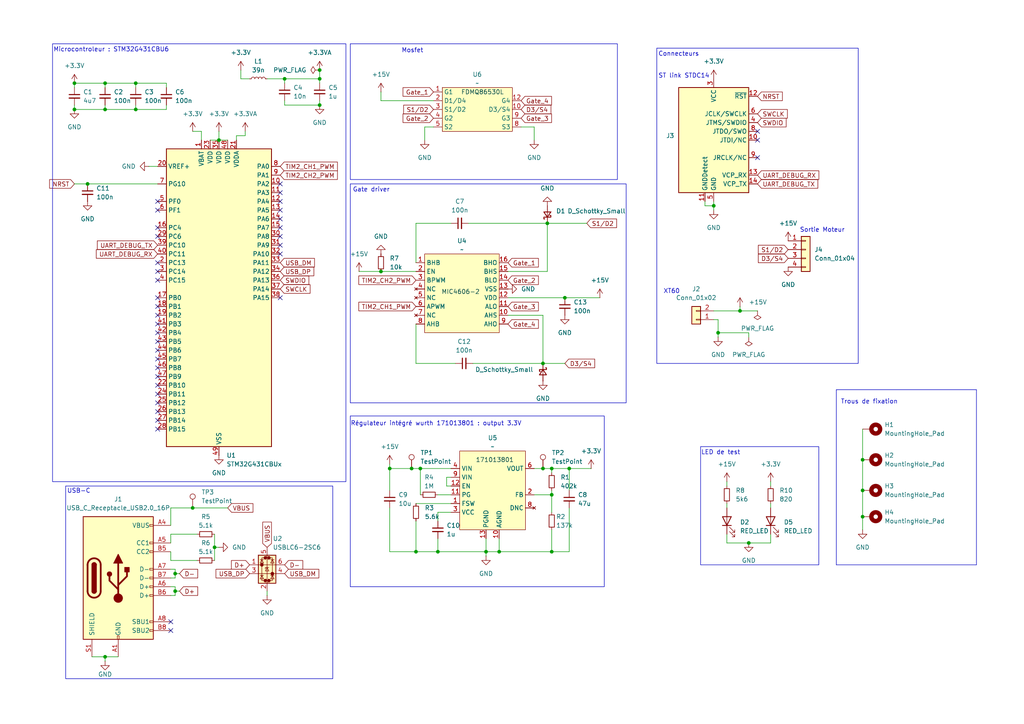
<source format=kicad_sch>
(kicad_sch (version 20231120) (generator "eeschema") (generator_version "8.0")
  (paper "A4")
  (junction (at 158.75 64.77))
  (junction (at 207.01 59.69))
  (junction (at 55.88 147.32))
  (junction (at 250.19 133.35))
  (junction (at 62.23 158.75))
  (junction (at 39.37 31.75))
  (junction (at 39.37 24.13))
  (junction (at 120.65 160.02))
  (junction (at 92.71 20.32))
  (junction (at 160.02 135.89))
  (junction (at 50.8 171.45))
  (junction (at 119.38 135.89))
  (junction (at 63.5 40.64))
  (junction (at 121.92 135.89))
  (junction (at 160.02 160.02))
  (junction (at 163.83 86.36))
  (junction (at 250.19 149.86))
  (junction (at 30.48 24.13))
  (junction (at 50.8 166.37))
  (junction (at 157.48 105.41))
  (junction (at 21.59 24.13))
  (junction (at 208.28 96.52))
  (junction (at 140.97 160.02))
  (junction (at 30.48 31.75))
  (junction (at 165.1 135.89))
  (junction (at 217.17 157.48))
  (junction (at 82.55 22.86))
  (junction (at 127 160.02))
  (junction (at 92.71 30.48))
  (junction (at 157.48 135.89))
  (junction (at 110.49 78.74))
  (junction (at 30.48 190.5))
  (junction (at 21.59 31.75))
  (junction (at 113.03 135.89))
  (junction (at 160.02 143.51))
  (junction (at 92.71 22.86))
  (junction (at 25.4 53.34))
  (junction (at 214.63 90.17))
  (junction (at 144.78 160.02))
  (junction (at 250.19 142.24))
  (no_connect (at 45.72 88.9))
  (no_connect (at 45.72 124.46))
  (no_connect (at 45.72 91.44))
  (no_connect (at 81.28 53.34))
  (no_connect (at 219.71 45.72))
  (no_connect (at 81.28 55.88))
  (no_connect (at 81.28 73.66))
  (no_connect (at 45.72 58.42))
  (no_connect (at 45.72 121.92))
  (no_connect (at 45.72 114.3))
  (no_connect (at 81.28 66.04))
  (no_connect (at 81.28 68.58))
  (no_connect (at 45.72 106.68))
  (no_connect (at 81.28 86.36))
  (no_connect (at 45.72 119.38))
  (no_connect (at 49.53 182.88))
  (no_connect (at 219.71 40.64))
  (no_connect (at 219.71 38.1))
  (no_connect (at 45.72 109.22))
  (no_connect (at 45.72 116.84))
  (no_connect (at 81.28 71.12))
  (no_connect (at 81.28 58.42))
  (no_connect (at 45.72 78.74))
  (no_connect (at 45.72 101.6))
  (no_connect (at 45.72 104.14))
  (no_connect (at 45.72 111.76))
  (no_connect (at 45.72 68.58))
  (no_connect (at 45.72 99.06))
  (no_connect (at 45.72 96.52))
  (no_connect (at 81.28 60.96))
  (no_connect (at 45.72 60.96))
  (no_connect (at 45.72 81.28))
  (no_connect (at 45.72 93.98))
  (no_connect (at 45.72 76.2))
  (no_connect (at 45.72 66.04))
  (no_connect (at 45.72 86.36))
  (no_connect (at 81.28 63.5))
  (no_connect (at 49.53 180.34))
  (wire (pts (xy 157.48 91.44) (xy 157.48 105.41)))
  (wire (pts (xy 82.55 22.86) (xy 82.55 24.13)))
  (wire (pts (xy 68.58 39.37) (xy 68.58 40.64)))
  (wire (pts (xy 82.55 30.48) (xy 92.71 30.48)))
  (wire (pts (xy 123.19 36.83) (xy 123.19 40.64)))
  (wire (pts (xy 92.71 30.48) (xy 92.71 29.21)))
  (wire (pts (xy 130.81 138.43) (xy 129.54 138.43)))
  (wire (pts (xy 210.82 146.05) (xy 210.82 147.32)))
  (wire (pts (xy 157.48 105.41) (xy 163.83 105.41)))
  (wire (pts (xy 154.94 143.51) (xy 160.02 143.51)))
  (wire (pts (xy 50.8 171.45) (xy 50.8 172.72)))
  (wire (pts (xy 147.32 86.36) (xy 163.83 86.36)))
  (wire (pts (xy 140.97 160.02) (xy 144.78 160.02)))
  (wire (pts (xy 92.71 22.86) (xy 82.55 22.86)))
  (wire (pts (xy 58.42 38.1) (xy 58.42 40.64)))
  (wire (pts (xy 165.1 135.89) (xy 165.1 142.24)))
  (wire (pts (xy 250.19 149.86) (xy 250.19 153.67)))
  (wire (pts (xy 50.8 166.37) (xy 50.8 167.64)))
  (wire (pts (xy 207.01 58.42) (xy 207.01 59.69)))
  (polyline (pts (xy 242.57 113.03) (xy 283.21 113.03)))
  (wire (pts (xy 43.18 48.26) (xy 45.72 48.26)))
  (wire (pts (xy 223.52 139.7) (xy 223.52 140.97)))
  (wire (pts (xy 55.88 147.32) (xy 49.53 147.32)))
  (wire (pts (xy 204.47 58.42) (xy 204.47 59.69)))
  (wire (pts (xy 140.97 160.02) (xy 140.97 161.29)))
  (wire (pts (xy 129.54 138.43) (xy 129.54 140.97)))
  (wire (pts (xy 127 143.51) (xy 130.81 143.51)))
  (wire (pts (xy 165.1 135.89) (xy 171.45 135.89)))
  (wire (pts (xy 49.53 147.32) (xy 49.53 152.4)))
  (wire (pts (xy 30.48 24.13) (xy 30.48 25.4)))
  (wire (pts (xy 92.71 24.13) (xy 92.71 22.86)))
  (wire (pts (xy 140.97 160.02) (xy 140.97 156.21)))
  (wire (pts (xy 62.23 154.94) (xy 62.23 158.75)))
  (wire (pts (xy 39.37 24.13) (xy 48.26 24.13)))
  (wire (pts (xy 217.17 97.79) (xy 217.17 96.52)))
  (wire (pts (xy 113.03 135.89) (xy 113.03 142.24)))
  (wire (pts (xy 113.03 135.89) (xy 119.38 135.89)))
  (wire (pts (xy 130.81 148.59) (xy 127 148.59)))
  (wire (pts (xy 158.75 64.77) (xy 158.75 78.74)))
  (wire (pts (xy 39.37 31.75) (xy 48.26 31.75)))
  (wire (pts (xy 104.14 78.74) (xy 110.49 78.74)))
  (wire (pts (xy 210.82 157.48) (xy 217.17 157.48)))
  (wire (pts (xy 160.02 160.02) (xy 165.1 160.02)))
  (wire (pts (xy 71.12 39.37) (xy 68.58 39.37)))
  (wire (pts (xy 72.39 22.86) (xy 69.85 22.86)))
  (wire (pts (xy 121.92 135.89) (xy 121.92 143.51)))
  (polyline (pts (xy 283.21 163.83) (xy 283.21 113.03)))
  (wire (pts (xy 77.47 22.86) (xy 82.55 22.86)))
  (wire (pts (xy 120.65 151.13) (xy 120.65 160.02)))
  (wire (pts (xy 127 156.21) (xy 127 160.02)))
  (wire (pts (xy 30.48 31.75) (xy 39.37 31.75)))
  (wire (pts (xy 113.03 147.32) (xy 113.03 160.02)))
  (wire (pts (xy 160.02 143.51) (xy 160.02 142.24)))
  (wire (pts (xy 71.12 38.1) (xy 71.12 39.37)))
  (wire (pts (xy 66.04 147.32) (xy 55.88 147.32)))
  (wire (pts (xy 223.52 154.94) (xy 223.52 157.48)))
  (wire (pts (xy 21.59 53.34) (xy 25.4 53.34)))
  (wire (pts (xy 165.1 160.02) (xy 165.1 147.32)))
  (wire (pts (xy 63.5 40.64) (xy 66.04 40.64)))
  (wire (pts (xy 52.07 166.37) (xy 50.8 166.37)))
  (wire (pts (xy 144.78 160.02) (xy 160.02 160.02)))
  (wire (pts (xy 208.28 96.52) (xy 217.17 96.52)))
  (wire (pts (xy 157.48 135.89) (xy 160.02 135.89)))
  (wire (pts (xy 57.15 162.56) (xy 49.53 162.56)))
  (wire (pts (xy 30.48 24.13) (xy 21.59 24.13)))
  (wire (pts (xy 127 160.02) (xy 140.97 160.02)))
  (wire (pts (xy 250.19 142.24) (xy 250.19 149.86)))
  (polyline (pts (xy 242.57 163.83) (xy 283.21 163.83)))
  (wire (pts (xy 154.94 135.89) (xy 157.48 135.89)))
  (wire (pts (xy 204.47 59.69) (xy 207.01 59.69)))
  (wire (pts (xy 50.8 172.72) (xy 49.53 172.72)))
  (wire (pts (xy 120.65 105.41) (xy 132.08 105.41)))
  (wire (pts (xy 92.71 20.32) (xy 92.71 22.86)))
  (wire (pts (xy 207.01 59.69) (xy 207.01 60.96)))
  (wire (pts (xy 48.26 24.13) (xy 48.26 25.4)))
  (wire (pts (xy 123.19 36.83) (xy 125.73 36.83)))
  (wire (pts (xy 63.5 38.1) (xy 63.5 40.64)))
  (wire (pts (xy 25.4 53.34) (xy 45.72 53.34)))
  (wire (pts (xy 52.07 171.45) (xy 50.8 171.45)))
  (wire (pts (xy 210.82 139.7) (xy 210.82 140.97)))
  (wire (pts (xy 208.28 92.71) (xy 208.28 96.52)))
  (wire (pts (xy 49.53 170.18) (xy 50.8 170.18)))
  (wire (pts (xy 137.16 105.41) (xy 157.48 105.41)))
  (wire (pts (xy 49.53 162.56) (xy 49.53 160.02)))
  (wire (pts (xy 113.03 134.62) (xy 113.03 135.89)))
  (wire (pts (xy 120.65 64.77) (xy 130.81 64.77)))
  (wire (pts (xy 60.96 40.64) (xy 63.5 40.64)))
  (wire (pts (xy 208.28 96.52) (xy 208.28 97.79)))
  (wire (pts (xy 50.8 167.64) (xy 49.53 167.64)))
  (wire (pts (xy 30.48 190.5) (xy 34.29 190.5)))
  (wire (pts (xy 160.02 143.51) (xy 160.02 148.59)))
  (wire (pts (xy 158.75 64.77) (xy 170.18 64.77)))
  (wire (pts (xy 21.59 24.13) (xy 21.59 25.4)))
  (wire (pts (xy 39.37 24.13) (xy 39.37 25.4)))
  (polyline (pts (xy 242.57 113.03) (xy 242.57 163.83)))
  (wire (pts (xy 57.15 154.94) (xy 49.53 154.94)))
  (wire (pts (xy 223.52 146.05) (xy 223.52 147.32)))
  (wire (pts (xy 113.03 160.02) (xy 120.65 160.02)))
  (wire (pts (xy 151.13 36.83) (xy 154.94 36.83)))
  (wire (pts (xy 250.19 124.46) (xy 250.19 133.35)))
  (wire (pts (xy 160.02 135.89) (xy 160.02 137.16)))
  (wire (pts (xy 125.73 29.21) (xy 110.49 29.21)))
  (wire (pts (xy 30.48 31.75) (xy 30.48 30.48)))
  (wire (pts (xy 129.54 140.97) (xy 130.81 140.97)))
  (wire (pts (xy 63.5 158.75) (xy 62.23 158.75)))
  (wire (pts (xy 163.83 86.36) (xy 173.99 86.36)))
  (wire (pts (xy 135.89 64.77) (xy 158.75 64.77)))
  (wire (pts (xy 120.65 76.2) (xy 120.65 64.77)))
  (wire (pts (xy 120.65 93.98) (xy 120.65 105.41)))
  (wire (pts (xy 217.17 157.48) (xy 223.52 157.48)))
  (wire (pts (xy 207.01 92.71) (xy 208.28 92.71)))
  (wire (pts (xy 144.78 160.02) (xy 144.78 156.21)))
  (wire (pts (xy 120.65 146.05) (xy 130.81 146.05)))
  (wire (pts (xy 49.53 154.94) (xy 49.53 157.48)))
  (wire (pts (xy 119.38 135.89) (xy 121.92 135.89)))
  (wire (pts (xy 69.85 22.86) (xy 69.85 20.32)))
  (wire (pts (xy 210.82 157.48) (xy 210.82 154.94)))
  (wire (pts (xy 77.47 171.45) (xy 77.47 172.72)))
  (wire (pts (xy 55.88 38.1) (xy 58.42 38.1)))
  (wire (pts (xy 214.63 88.9) (xy 214.63 90.17)))
  (wire (pts (xy 147.32 91.44) (xy 157.48 91.44)))
  (wire (pts (xy 110.49 29.21) (xy 110.49 26.67)))
  (wire (pts (xy 26.67 190.5) (xy 30.48 190.5)))
  (wire (pts (xy 49.53 165.1) (xy 50.8 165.1)))
  (wire (pts (xy 50.8 170.18) (xy 50.8 171.45)))
  (wire (pts (xy 219.71 90.17) (xy 214.63 90.17)))
  (wire (pts (xy 250.19 133.35) (xy 250.19 142.24)))
  (wire (pts (xy 30.48 190.5) (xy 30.48 191.77)))
  (wire (pts (xy 82.55 29.21) (xy 82.55 30.48)))
  (wire (pts (xy 207.01 90.17) (xy 214.63 90.17)))
  (wire (pts (xy 147.32 78.74) (xy 158.75 78.74)))
  (wire (pts (xy 160.02 135.89) (xy 165.1 135.89)))
  (wire (pts (xy 39.37 24.13) (xy 30.48 24.13)))
  (wire (pts (xy 21.59 31.75) (xy 21.59 30.48)))
  (wire (pts (xy 39.37 30.48) (xy 39.37 31.75)))
  (wire (pts (xy 121.92 135.89) (xy 130.81 135.89)))
  (wire (pts (xy 120.65 160.02) (xy 127 160.02)))
  (wire (pts (xy 127 148.59) (xy 127 151.13)))
  (wire (pts (xy 48.26 31.75) (xy 48.26 30.48)))
  (wire (pts (xy 160.02 153.67) (xy 160.02 160.02)))
  (wire (pts (xy 110.49 78.74) (xy 120.65 78.74)))
  (wire (pts (xy 154.94 36.83) (xy 154.94 40.64)))
  (wire (pts (xy 50.8 165.1) (xy 50.8 166.37)))
  (wire (pts (xy 62.23 158.75) (xy 62.23 162.56)))
  (wire (pts (xy 21.59 31.75) (xy 30.48 31.75)))
  (rectangle (start 101.6 120.65) (end 175.26 170.18))
  (rectangle (start 15.24 12.7) (end 100.33 139.7))
  (rectangle (start 19.05 140.97) (end 96.52 196.85))
  (rectangle (start 101.6 12.7) (end 179.07 52.07))
  (rectangle (start 203.2 129.54) (end 237.49 163.83))
  (rectangle (start 101.6 53.34) (end 181.61 116.84))
  (rectangle (start 190.5 13.97) (end 248.92 105.41))
  (text "USB-C\n" (at 22.86 142.494 0) (effects (font (size 1.27 1.27))))
  (text "Sortie Moteur" (at 238.506 66.802 0) (effects (font (size 1.27 1.27))))
  (text "Trous de fixation" (at 243.84 117.348 0) (effects (font (size 1.27 1.27)) (justify left bottom)))
  (text "LED de test" (at 209.042 131.318 0) (effects (font (size 1.27 1.27))))
  (text "XT60" (at 194.818 84.582 0) (effects (font (size 1.27 1.27))))
  (text "Régulateur intégré wurth 171013801 : output 3.3V" (at 126.492 122.936 0) (effects (font (size 1.27 1.27))))
  (text "Connecteurs" (at 196.85 15.748 0) (effects (font (size 1.27 1.27))))
  (text "Microcontroleur : STM32G431CBU6" (at 32.258 14.478 0) (effects (font (size 1.27 1.27))))
  (text "Gate driver" (at 107.696 55.118 0) (effects (font (size 1.27 1.27))))
  (text "ST link STDC14" (at 198.374 22.098 0) (effects (font (size 1.27 1.27))))
  (text "Mosfet\n" (at 119.634 14.732 0) (effects (font (size 1.27 1.27))))
  (global_label "UART_DEBUG_RX" (shape input) (at 219.71 50.8 0) (property "Intersheetrefs" "${INTERSHEET_REFS}" (effects (hide yes))))
  (global_label "SWCLK" (shape input) (at 81.28 83.82 0) (property "Intersheetrefs" "${INTERSHEET_REFS}" (effects (hide yes))))
  (global_label "USB_DM" (shape input) (at 81.28 76.2 0) (property "Intersheetrefs" "${INTERSHEET_REFS}" (effects (hide yes))))
  (global_label "D-" (shape input) (at 82.55 163.83 0) (property "Intersheetrefs" "${INTERSHEET_REFS}" (effects (hide yes))))
  (global_label "Gate_1" (shape input) (at 147.32 76.2 0) (property "Intersheetrefs" "${INTERSHEET_REFS}" (effects (hide yes))))
  (global_label "Gate_4" (shape input) (at 151.13 29.21 0) (property "Intersheetrefs" "${INTERSHEET_REFS}" (effects (hide yes))))
  (global_label "S1{slash}D2" (shape input) (at 228.6 72.39 180) (property "Intersheetrefs" "${INTERSHEET_REFS}" (effects (hide yes))))
  (global_label "SWCLK" (shape input) (at 219.71 33.02 0) (property "Intersheetrefs" "${INTERSHEET_REFS}" (effects (hide yes))))
  (global_label "VBUS" (shape input) (at 77.47 158.75 90) (property "Intersheetrefs" "${INTERSHEET_REFS}" (effects (hide yes))))
  (global_label "SWDIO" (shape input) (at 81.28 81.28 0) (property "Intersheetrefs" "${INTERSHEET_REFS}" (effects (hide yes))))
  (global_label "NRST" (shape input) (at 21.59 53.34 180) (property "Intersheetrefs" "${INTERSHEET_REFS}" (effects (hide yes))))
  (global_label "Gate_2" (shape input) (at 147.32 81.28 0) (property "Intersheetrefs" "${INTERSHEET_REFS}" (effects (hide yes))))
  (global_label "S1{slash}D2" (shape input) (at 125.73 31.75 180) (property "Intersheetrefs" "${INTERSHEET_REFS}" (effects (hide yes))))
  (global_label "S1{slash}D2" (shape input) (at 170.18 64.77 0) (property "Intersheetrefs" "${INTERSHEET_REFS}" (effects (hide yes))))
  (global_label "TIM2_CH1_PWM" (shape input) (at 120.65 88.9 180) (property "Intersheetrefs" "${INTERSHEET_REFS}" (effects (hide yes))))
  (global_label "Gate_3" (shape input) (at 151.13 34.29 0) (property "Intersheetrefs" "${INTERSHEET_REFS}" (effects (hide yes))))
  (global_label "D-" (shape input) (at 52.07 166.37 0) (property "Intersheetrefs" "${INTERSHEET_REFS}" (effects (hide yes))))
  (global_label "Gate_2" (shape input) (at 125.73 34.29 180) (property "Intersheetrefs" "${INTERSHEET_REFS}" (effects (hide yes))))
  (global_label "UART_DEBUG_RX" (shape input) (at 45.72 73.66 180) (property "Intersheetrefs" "${INTERSHEET_REFS}" (effects (hide yes))))
  (global_label "TIM2_CH1_PWM" (shape input) (at 81.28 48.26 0) (property "Intersheetrefs" "${INTERSHEET_REFS}" (effects (hide yes))))
  (global_label "D3{slash}S4" (shape input) (at 151.13 31.75 0) (property "Intersheetrefs" "${INTERSHEET_REFS}" (effects (hide yes))))
  (global_label "USB_DP" (shape input) (at 81.28 78.74 0) (property "Intersheetrefs" "${INTERSHEET_REFS}" (effects (hide yes))))
  (global_label "D+" (shape input) (at 52.07 171.45 0) (property "Intersheetrefs" "${INTERSHEET_REFS}" (effects (hide yes))))
  (global_label "D3{slash}S4" (shape input) (at 163.83 105.41 0) (property "Intersheetrefs" "${INTERSHEET_REFS}" (effects (hide yes))))
  (global_label "TIM2_CH2_PWM" (shape input) (at 81.28 50.8 0) (property "Intersheetrefs" "${INTERSHEET_REFS}" (effects (hide yes))))
  (global_label "USB_DM" (shape input) (at 82.55 166.37 0) (property "Intersheetrefs" "${INTERSHEET_REFS}" (effects (hide yes))))
  (global_label "SWDIO" (shape input) (at 219.71 35.56 0) (property "Intersheetrefs" "${INTERSHEET_REFS}" (effects (hide yes))))
  (global_label "Gate_1" (shape input) (at 125.73 26.67 180) (property "Intersheetrefs" "${INTERSHEET_REFS}" (effects (hide yes))))
  (global_label "USB_DP" (shape input) (at 72.39 166.37 180) (property "Intersheetrefs" "${INTERSHEET_REFS}" (effects (hide yes))))
  (global_label "Gate_4" (shape input) (at 147.32 93.98 0) (property "Intersheetrefs" "${INTERSHEET_REFS}" (effects (hide yes))))
  (global_label "NRST" (shape input) (at 219.71 27.94 0) (property "Intersheetrefs" "${INTERSHEET_REFS}" (effects (hide yes))))
  (global_label "Gate_3" (shape input) (at 147.32 88.9 0) (property "Intersheetrefs" "${INTERSHEET_REFS}" (effects (hide yes))))
  (global_label "D+" (shape input) (at 72.39 163.83 180) (property "Intersheetrefs" "${INTERSHEET_REFS}" (effects (hide yes))))
  (global_label "UART_DEBUG_TX" (shape input) (at 45.72 71.12 180) (property "Intersheetrefs" "${INTERSHEET_REFS}" (effects (hide yes))))
  (global_label "VBUS" (shape input) (at 66.04 147.32 0) (property "Intersheetrefs" "${INTERSHEET_REFS}" (effects (hide yes))))
  (global_label "D3{slash}S4" (shape input) (at 228.6 74.93 180) (property "Intersheetrefs" "${INTERSHEET_REFS}" (effects (hide yes))))
  (global_label "UART_DEBUG_TX" (shape input) (at 219.71 53.34 0) (property "Intersheetrefs" "${INTERSHEET_REFS}" (effects (hide yes))))
  (global_label "TIM2_CH2_PWM" (shape input) (at 120.65 81.28 180) (property "Intersheetrefs" "${INTERSHEET_REFS}" (effects (hide yes))))
  (symbol (lib_id "Device:C_Small") (at 163.83 88.9 0) (unit 1)
    (property "Reference" "C13" (at 166.37 87.6362 0) (effects (justify left)))
    (property "Value" "100n" (at 166.37 90.1762 0) (effects (justify left)))
    (property "Footprint" "Capacitor_SMD:C_0402_1005Metric" (effects (hide yes)))
    (property "Description" "Unpolarized capacitor, small symbol" (effects (hide yes)))
  )
  (symbol (lib_id "power:GND") (at 228.6 77.47 0) (unit 1)
    (property "Reference" "#PWR034" (effects (hide yes)))
    (property "Value" "GND" (at 228.6 82.55 0))
    (property "Description" "Power symbol creates a global label with name \"GND\" , ground" (effects (hide yes)))
  )
  (symbol (lib_id "Device:R_Small") (at 120.65 148.59 0) (unit 1)
    (property "Reference" "R3" (at 123.19 147.3199 0) (effects (justify left)))
    (property "Value" "5.6k" (at 123.19 149.8599 0) (effects (justify left)))
    (property "Footprint" "Resistor_SMD:R_0402_1005Metric" (effects (hide yes)))
    (property "Description" "Resistor, small symbol" (effects (hide yes)))
  )
  (symbol (lib_name "GND_7") (lib_id "power:GND") (at 157.48 110.49 0) (unit 1)
    (property "Reference" "#PWR011" (effects (hide yes)))
    (property "Value" "GND" (at 157.48 115.57 0))
    (property "Description" "Power symbol creates a global label with name \"GND\" , ground" (effects (hide yes)))
  )
  (symbol (lib_name "GND_12") (lib_id "power:GND") (at 154.94 40.64 0) (unit 1)
    (property "Reference" "#PWR06" (effects (hide yes)))
    (property "Value" "GND" (at 154.94 45.72 0))
    (property "Description" "Power symbol creates a global label with name \"GND\" , ground" (effects (hide yes)))
  )
  (symbol (lib_id "power:PWR_FLAG") (at 217.17 97.79 180) (unit 1)
    (property "Reference" "#FLG01" (effects (hide yes)))
    (property "Value" "PWR_FLAG" (at 217.17 102.87 0))
    (property "Description" "Special symbol for telling ERC where power comes from" (effects (hide yes)))
  )
  (symbol (lib_id "Device:C_Small") (at 25.4 55.88 0) (unit 1)
    (property "Reference" "C11" (at 27.94 54.6162 0) (effects (justify left)))
    (property "Value" "100n" (at 27.94 57.1562 0) (effects (justify left)))
    (property "Footprint" "Capacitor_SMD:C_0402_1005Metric" (effects (hide yes)))
    (property "Description" "Unpolarized capacitor, small symbol" (effects (hide yes)))
  )
  (symbol (lib_id "power:GND") (at 208.28 97.79 0) (unit 1)
    (property "Reference" "#PWR01" (effects (hide yes)))
    (property "Value" "GND" (at 208.28 102.87 0))
    (property "Description" "Power symbol creates a global label with name \"GND\" , ground" (effects (hide yes)))
  )
  (symbol (lib_id "Connector_Generic:Conn_01x02") (at 201.93 92.71 180) (unit 1)
    (property "Reference" "J2" (at 201.93 83.82 0))
    (property "Value" "Conn_01x02" (at 201.93 86.36 0))
    (property "Footprint" "Connector_AMASS:AMASS_XT60-M_1x02_P7.20mm_Vertical" (effects (hide yes)))
    (property "Description" "Generic connector, single row, 01x02, script generated (kicad-library-utils/schlib/autogen/connector/)" (effects (hide yes)))
  )
  (symbol (lib_id "power:GND") (at 43.18 48.26 270) (unit 1)
    (property "Reference" "#PWR019" (effects (hide yes)))
    (property "Value" "GND" (at 39.37 48.2599 90) (effects (justify right)))
    (property "Description" "Power symbol creates a global label with name \"GND\" , ground" (effects (hide yes)))
  )
  (symbol (lib_id "Device:R_Small") (at 210.82 143.51 0) (unit 1)
    (property "Reference" "R8" (at 213.36 142.2399 0) (effects (justify left)))
    (property "Value" "5k6" (at 213.36 144.7799 0) (effects (justify left)))
    (property "Footprint" "Resistor_SMD:R_0402_1005Metric" (effects (hide yes)))
    (property "Description" "Resistor, small symbol" (effects (hide yes)))
  )
  (symbol (lib_id "Device:C_Small") (at 133.35 64.77 90) (unit 1)
    (property "Reference" "C7" (at 133.3563 58.42 90))
    (property "Value" "100n" (at 133.3563 60.96 90))
    (property "Footprint" "Capacitor_SMD:C_0402_1005Metric" (effects (hide yes)))
    (property "Description" "Unpolarized capacitor, small symbol" (effects (hide yes)))
  )
  (symbol (lib_id "power:+12V") (at 210.82 139.7 0) (unit 1)
    (property "Reference" "#PWR035" (effects (hide yes)))
    (property "Value" "+15V" (at 210.82 134.62 0))
    (property "Description" "Power symbol creates a global label with name \"+12V\"" (effects (hide yes)))
  )
  (symbol (lib_id "Device:LED") (at 223.52 151.13 90) (unit 1)
    (property "Reference" "D5" (at 227.33 151.4474 90) (effects (justify right)))
    (property "Value" "RED_LED" (at 227.33 153.9874 90) (effects (justify right)))
    (property "Footprint" "LED_SMD:LED_0603_1608Metric" (effects (hide yes)))
    (property "Datasheet" "https://www.we-online.com/components/products/datasheet/150060RS55040.pdf" (effects (hide yes)))
    (property "Description" "Light emitting diode" (effects (hide yes)))
    (property "MPN" "150060RS55040" (effects (hide yes)))
  )
  (symbol (lib_id "power:+15V") (at 104.14 78.74 0) (unit 1)
    (property "Reference" "#PWR027" (effects (hide yes)))
    (property "Value" "+15V" (at 104.14 73.66 0))
    (property "Description" "Power symbol creates a global label with name \"+15V\"" (effects (hide yes)))
  )
  (symbol (lib_name "GND_6") (lib_id "power:GND") (at 158.75 59.69 180) (unit 1)
    (property "Reference" "#PWR010" (effects (hide yes)))
    (property "Value" "GND" (at 158.75 54.61 0))
    (property "Description" "Power symbol creates a global label with name \"GND\" , ground" (effects (hide yes)))
  )
  (symbol (lib_id "Device:C_Small") (at 127 153.67 0) (unit 1)
    (property "Reference" "C10" (at 129.54 152.4062 0) (effects (justify left)))
    (property "Value" "1u" (at 129.54 154.9462 0) (effects (justify left)))
    (property "Footprint" "Capacitor_SMD:C_0402_1005Metric" (effects (hide yes)))
    (property "Description" "Unpolarized capacitor, small symbol" (effects (hide yes)))
  )
  (symbol (lib_name "GND_2") (lib_id "power:GND") (at 140.97 161.29 0) (unit 1)
    (property "Reference" "#PWR08" (effects (hide yes)))
    (property "Value" "GND" (at 140.97 166.37 0))
    (property "Description" "Power symbol creates a global label with name \"GND\" , ground" (effects (hide yes)))
  )
  (symbol (lib_name "GND_8") (lib_id "power:GND") (at 30.48 191.77 0) (unit 1)
    (property "Reference" "#PWR025" (effects (hide yes)))
    (property "Value" "GND" (at 30.48 195.58 0))
    (property "Description" "Power symbol creates a global label with name \"GND\" , ground" (effects (hide yes)))
  )
  (symbol (lib_id "Mechanical:MountingHole_Pad") (at 252.73 149.86 270) (unit 1)
    (property "Reference" "H4" (at 256.54 148.59 90) (effects (justify left)))
    (property "Value" "MountingHole_Pad" (at 256.54 151.13 90) (effects (justify left)))
    (property "Footprint" "MountingHole:MountingHole_3.2mm_M3_Pad_Via" (effects (hide yes)))
  )
  (symbol (lib_id "Mechanical:MountingHole_Pad") (at 252.73 142.24 270) (unit 1)
    (property "Reference" "H3" (at 256.54 140.97 90) (effects (justify left)))
    (property "Value" "MountingHole_Pad" (at 256.54 143.51 90) (effects (justify left)))
    (property "Footprint" "MountingHole:MountingHole_3.2mm_M3_Pad_Via" (effects (hide yes)))
  )
  (symbol (lib_id "Connector:TestPoint") (at 55.88 147.32 0) (unit 1)
    (property "Reference" "TP3" (at 58.42 142.7479 0) (effects (justify left)))
    (property "Value" "TestPoint" (at 58.42 145.2879 0) (effects (justify left)))
    (property "Footprint" "TestPoint:TestPoint_Pad_D1.5mm" (effects (hide yes)))
    (property "Description" "test point" (effects (hide yes)))
  )
  (symbol (lib_id "Mechanical:MountingHole_Pad") (at 252.73 124.46 270) (unit 1)
    (property "Reference" "H1" (at 256.54 123.19 90) (effects (justify left)))
    (property "Value" "MountingHole_Pad" (at 256.54 125.73 90) (effects (justify left)))
    (property "Footprint" "MountingHole:MountingHole_3.2mm_M3_Pad_Via" (effects (hide yes)))
  )
  (symbol (lib_id "power:PWR_FLAG") (at 219.71 90.17 180) (unit 1)
    (property "Reference" "#FLG02" (effects (hide yes)))
    (property "Value" "PWR_FLAG" (at 219.71 95.25 0))
    (property "Description" "Special symbol for telling ERC where power comes from" (effects (hide yes)))
  )
  (symbol (lib_id "Connector:Conn_ST_STDC14") (at 207.01 40.64 0) (unit 1)
    (property "Reference" "J3" (at 195.58 39.3699 0) (effects (justify right)))
    (property "Value" "Conn_ST_STDC14" (effects (hide yes)))
    (property "Footprint" "Connector_PinHeader_1.27mm:PinHeader_2x07_P1.27mm_Vertical_SMD" (effects (hide yes)))
    (property "Datasheet" "https://www.st.com/content/ccc/resource/technical/document/user_manual/group1/99/49/91/b6/b2/3a/46/e5/DM00526767/files/DM00526767.pdf/jcr:content/translations/en.DM00526767.pdf" (effects (hide yes)))
    (property "Description" "ST Debug Connector, standard ARM Cortex-M SWD and JTAG interface plus UART" (effects (hide yes)))
    (property "MPN" "STLINK-V3MINIE" (effects (hide yes)))
  )
  (symbol (lib_name "GND_5") (lib_id "power:GND") (at 25.4 58.42 0) (unit 1)
    (property "Reference" "#PWR018" (effects (hide yes)))
    (property "Value" "GND" (at 25.4 63.5 0))
    (property "Description" "Power symbol creates a global label with name \"GND\" , ground" (effects (hide yes)))
  )
  (symbol (lib_id "power:+15V") (at 228.6 69.85 0) (unit 1)
    (property "Reference" "#PWR033" (effects (hide yes)))
    (property "Value" "+15V" (at 228.6 64.77 0))
    (property "Description" "Power symbol creates a global label with name \"+15V\"" (effects (hide yes)))
  )
  (symbol (lib_id "Device:C_Small") (at 134.62 105.41 90) (unit 1)
    (property "Reference" "C12" (at 134.6263 99.06 90))
    (property "Value" "100n" (at 134.6263 101.6 90))
    (property "Footprint" "Capacitor_SMD:C_0402_1005Metric" (effects (hide yes)))
    (property "Description" "Unpolarized capacitor, small symbol" (effects (hide yes)))
  )
  (symbol (lib_name "GND_9") (lib_id "power:GND") (at 163.83 91.44 0) (unit 1)
    (property "Reference" "#PWR023" (effects (hide yes)))
    (property "Value" "GND" (at 163.83 96.52 0))
    (property "Description" "Power symbol creates a global label with name \"GND\" , ground" (effects (hide yes)))
  )
  (symbol (lib_id "Power_Protection:USBLC6-2SC6") (at 77.47 163.83 0) (unit 1)
    (property "Reference" "U2" (at 79.1211 156.21 0) (effects (justify left)))
    (property "Value" "USBLC6-2SC6" (at 79.1211 158.75 0) (effects (justify left)))
    (property "Footprint" "Package_TO_SOT_SMD:SOT-23-6" (effects (hide yes)))
    (property "Datasheet" "https://www.st.com/resource/en/datasheet/usblc6-2.pdf" (effects (hide yes)))
    (property "Description" "Very low capacitance ESD protection diode, 2 data-line, SOT-23-6" (effects (hide yes)))
  )
  (symbol (lib_id "Device:D_Schottky_Small") (at 157.48 107.95 270) (unit 1)
    (property "Reference" "D3" (effects (hide yes)))
    (property "Value" "D_Schottky_Small" (at 154.686 107.188 90) (effects (justify right)))
    (property "Footprint" "Diode_SMD:D_0603_1608Metric_Pad1.05x0.95mm_HandSolder" (effects (hide yes)))
    (property "Description" "Schottky diode, small symbol" (effects (hide yes)))
  )
  (symbol (lib_id "power:+15V") (at 113.03 134.62 0) (unit 1)
    (property "Reference" "#PWR026" (effects (hide yes)))
    (property "Value" "+15V" (at 113.03 129.54 0))
    (property "Description" "Power symbol creates a global label with name \"+15V\"" (effects (hide yes)))
  )
  (symbol (lib_name "GND_1") (lib_id "power:GND") (at 63.5 132.08 0) (unit 1)
    (property "Reference" "#PWR07" (effects (hide yes)))
    (property "Value" "GND" (at 63.5 137.16 0))
    (property "Description" "Power symbol creates a global label with name \"GND\" , ground" (effects (hide yes)))
  )
  (symbol (lib_id "power:GND") (at 217.17 157.48 0) (unit 1)
    (property "Reference" "#PWR037" (effects (hide yes)))
    (property "Value" "GND" (at 217.17 162.56 0))
  )
  (symbol (lib_name "GND_3") (lib_id "power:GND") (at 63.5 158.75 90) (unit 1)
    (property "Reference" "#PWR012" (effects (hide yes)))
    (property "Value" "GND" (at 67.31 158.7499 90) (effects (justify right)))
    (property "Description" "Power symbol creates a global label with name \"GND\" , ground" (effects (hide yes)))
  )
  (symbol (lib_id "Device:C_Small") (at 82.55 26.67 0) (unit 1)
    (property "Reference" "C4" (at 85.09 25.4062 0) (effects (justify left)))
    (property "Value" "10n" (at 85.09 27.9462 0) (effects (justify left)))
    (property "Footprint" "Capacitor_SMD:C_0402_1005Metric" (effects (hide yes)))
    (property "Description" "Unpolarized capacitor, small symbol" (effects (hide yes)))
  )
  (symbol (lib_id "power:+12V") (at 214.63 88.9 0) (unit 1)
    (property "Reference" "#PWR02" (effects (hide yes)))
    (property "Value" "+15V" (at 217.17 87.6299 0) (effects (justify left)))
    (property "Description" "Power symbol creates a global label with name \"+12V\"" (effects (hide yes)))
  )
  (symbol (lib_id "Device:LED") (at 210.82 151.13 90) (unit 1)
    (property "Reference" "D2" (at 214.63 151.4474 90) (effects (justify right)))
    (property "Value" "RED_LED" (at 214.63 153.9874 90) (effects (justify right)))
    (property "Footprint" "LED_SMD:LED_0603_1608Metric" (effects (hide yes)))
    (property "Datasheet" "https://www.we-online.com/components/products/datasheet/150060RS55040.pdf" (effects (hide yes)))
    (property "Description" "Light emitting diode" (effects (hide yes)))
    (property "MPN" "150060RS55040" (effects (hide yes)))
  )
  (symbol (lib_id "MCU_ST_STM32G4:STM32G431CBUx") (at 63.5 86.36 0) (unit 1)
    (property "Reference" "U1" (at 65.6941 132.08 0) (effects (justify left)))
    (property "Value" "STM32G431CBUx" (at 65.6941 134.62 0) (effects (justify left)))
    (property "Footprint" "Package_DFN_QFN:QFN-48-1EP_7x7mm_P0.5mm_EP5.6x5.6mm" (effects (hide yes)))
    (property "Datasheet" "https://www.st.com/resource/en/datasheet/stm32g431cb.pdf" (effects (hide yes)))
    (property "Description" "STMicroelectronics Arm Cortex-M4 MCU, 128KB flash, 32KB RAM, 170 MHz, 1.71-3.6V, 42 GPIO, UFQFPN48" (effects (hide yes)))
    (property "MPN" "STM32G431CBU6" (effects (hide yes)))
  )
  (symbol (lib_id "power:+3.3V") (at 69.85 20.32 0) (unit 1)
    (property "Reference" "#PWR014" (effects (hide yes)))
    (property "Value" "+3.3V" (at 69.85 15.24 0))
    (property "Description" "Power symbol creates a global label with name \"+3.3V\"" (effects (hide yes)))
  )
  (symbol (lib_id "Mechanical:MountingHole_Pad") (at 252.73 133.35 270) (unit 1)
    (property "Reference" "H2" (at 256.54 132.08 90) (effects (justify left)))
    (property "Value" "MountingHole_Pad" (at 256.54 134.62 90) (effects (justify left)))
    (property "Footprint" "MountingHole:MountingHole_3.2mm_M3_Pad_Via" (effects (hide yes)))
  )
  (symbol (lib_id "Device:C_Small") (at 92.71 26.67 0) (unit 1)
    (property "Reference" "C5" (at 95.25 25.4062 0) (effects (justify left)))
    (property "Value" "1u" (at 95.25 27.9462 0) (effects (justify left)))
    (property "Footprint" "Capacitor_SMD:C_0402_1005Metric" (effects (hide yes)))
    (property "Description" "Unpolarized capacitor, small symbol" (effects (hide yes)))
  )
  (symbol (lib_id "power:GND") (at 250.19 153.67 0) (unit 1)
    (property "Reference" "#PWR031" (effects (hide yes)))
    (property "Value" "GND" (at 250.19 158.75 0))
  )
  (symbol (lib_id "Connector:TestPoint") (at 119.38 135.89 0) (unit 1)
    (property "Reference" "TP1" (at 121.92 131.3179 0) (effects (justify left)))
    (property "Value" "TestPoint" (at 121.92 133.8579 0) (effects (justify left)))
    (property "Footprint" "TestPoint:TestPoint_Pad_D1.5mm" (effects (hide yes)))
    (property "Description" "test point" (effects (hide yes)))
  )
  (symbol (lib_id "Maker_Library:MIC4606-2") (at 123.19 99.06 0) (unit 1)
    (property "Reference" "U4" (at 133.985 69.85 0))
    (property "Value" "~" (at 133.985 72.39 0))
    (property "Footprint" "Maker_Library_PCB:MIC4606-2YTS-TR" (effects (hide yes)))
    (property "Datasheet" "https://www.mouser.fr/datasheet/2/268/MIC4606_85V_Full_Bridge_MOSFET_Drivers_with_Adapti-3442103.pdf" (effects (hide yes)))
    (property "MPN" "MIC4606-2YTS-TR " (effects (hide yes)))
  )
  (symbol (lib_id "Connector_Generic:Conn_01x04") (at 233.68 72.39 0) (unit 1)
    (property "Reference" "J4" (at 236.22 72.3899 0) (effects (justify left)))
    (property "Value" "Conn_01x04" (at 236.22 74.9299 0) (effects (justify left)))
    (property "Footprint" "Connector_JST:JST_EH_B4B-EH-A_1x04_P2.50mm_Vertical" (effects (hide yes)))
    (property "Description" "Generic connector, single row, 01x04, script generated (kicad-library-utils/schlib/autogen/connector/)" (effects (hide yes)))
  )
  (symbol (lib_id "Device:L_Small") (at 74.93 22.86 90) (unit 1)
    (property "Reference" "L1" (at 74.93 17.78 90))
    (property "Value" "39n" (at 74.93 20.32 90))
    (property "Footprint" "Inductor_SMD:L_0805_2012Metric" (effects (hide yes)))
    (property "Description" "Inductor, small symbol" (effects (hide yes)))
  )
  (symbol (lib_name "GND_15") (lib_id "power:GND") (at 21.59 31.75 0) (unit 1)
    (property "Reference" "#PWR05" (effects (hide yes)))
    (property "Value" "GND" (at 21.59 36.83 0))
    (property "Description" "Power symbol creates a global label with name \"GND\" , ground" (effects (hide yes)))
  )
  (symbol (lib_id "Connector:TestPoint") (at 157.48 135.89 0) (unit 1)
    (property "Reference" "TP2" (at 160.02 131.3179 0) (effects (justify left)))
    (property "Value" "TestPoint" (at 160.02 133.8579 0) (effects (justify left)))
    (property "Footprint" "TestPoint:TestPoint_Pad_D1.5mm" (effects (hide yes)))
    (property "Description" "test point" (effects (hide yes)))
  )
  (symbol (lib_id "power:+3.3V") (at 63.5 38.1 0) (unit 1)
    (property "Reference" "#PWR017" (effects (hide yes)))
    (property "Value" "+3.3V" (at 63.5 33.02 0))
    (property "Description" "Power symbol creates a global label with name \"+3.3V\"" (effects (hide yes)))
  )
  (symbol (lib_id "power:+3.3V") (at 21.59 24.13 0) (unit 1)
    (property "Reference" "#PWR04" (effects (hide yes)))
    (property "Value" "+3.3V" (at 21.59 19.05 0))
    (property "Description" "Power symbol creates a global label with name \"+3.3V\"" (effects (hide yes)))
  )
  (symbol (lib_id "Device:R_Small") (at 110.49 76.2 180) (unit 1)
    (property "Reference" "R7" (at 113.03 74.9299 0) (effects (justify right)))
    (property "Value" "10k" (at 113.03 77.4699 0) (effects (justify right)))
    (property "Footprint" "Resistor_SMD:R_0402_1005Metric" (effects (hide yes)))
    (property "Description" "Resistor, small symbol" (effects (hide yes)))
  )
  (symbol (lib_id "Connector:USB_C_Receptacle_USB2.0_16P") (at 34.29 167.64 0) (unit 1)
    (property "Reference" "J1" (at 34.29 144.78 0))
    (property "Value" "USB_C_Receptacle_USB2.0_16P" (at 34.29 147.32 0))
    (property "Footprint" "Connector_USB:USB_C_Receptacle_G-Switch_GT-USB-7010ASV" (effects (hide yes)))
    (property "Datasheet" "https://www.usb.org/sites/default/files/documents/usb_type-c.zip" (effects (hide yes)))
    (property "Description" "USB 2.0-only 16P Type-C Receptacle connector" (effects (hide yes)))
  )
  (symbol (lib_id "Device:R_Small") (at 59.69 154.94 90) (unit 1)
    (property "Reference" "R5" (at 59.69 149.86 90))
    (property "Value" "5.1k" (at 59.69 152.4 90))
    (property "Footprint" "Resistor_SMD:R_0402_1005Metric" (effects (hide yes)))
    (property "Description" "Resistor, small symbol" (effects (hide yes)))
  )
  (symbol (lib_id "Device:C_Small") (at 48.26 27.94 0) (unit 1)
    (property "Reference" "C6" (at 50.8 26.6762 0) (effects (justify left)))
    (property "Value" "100n" (at 50.8 29.2162 0) (effects (justify left)))
    (property "Footprint" "Capacitor_SMD:C_0402_1005Metric" (effects (hide yes)))
    (property "Description" "Unpolarized capacitor, small symbol" (effects (hide yes)))
  )
  (symbol (lib_id "Device:C_Small") (at 165.1 144.78 0) (unit 1)
    (property "Reference" "C8" (at 167.64 143.5162 0) (effects (justify left)))
    (property "Value" "47u" (at 167.64 146.0562 0) (effects (justify left)))
    (property "Footprint" "Capacitor_SMD:C_0402_1005Metric" (effects (hide yes)))
    (property "Description" "Unpolarized capacitor, small symbol" (effects (hide yes)))
  )
  (symbol (lib_id "power:PWR_FLAG") (at 92.71 20.32 90) (unit 1)
    (property "Reference" "#FLG03" (effects (hide yes)))
    (property "Value" "PWR_FLAG" (at 88.9 20.3199 90) (effects (justify left)))
    (property "Description" "Special symbol for telling ERC where power comes from" (effects (hide yes)))
  )
  (symbol (lib_id "Device:C_Small") (at 30.48 27.94 0) (unit 1)
    (property "Reference" "C2" (at 33.02 26.6762 0) (effects (justify left)))
    (property "Value" "100n" (at 33.02 29.2162 0) (effects (justify left)))
    (property "Footprint" "Capacitor_SMD:C_0402_1005Metric" (effects (hide yes)))
    (property "Description" "Unpolarized capacitor, small symbol" (effects (hide yes)))
  )
  (symbol (lib_id "Device:R_Small") (at 59.69 162.56 90) (unit 1)
    (property "Reference" "R6" (at 59.69 157.48 90))
    (property "Value" "5.1k" (at 59.69 160.02 90))
    (property "Footprint" "Resistor_SMD:R_0402_1005Metric" (effects (hide yes)))
    (property "Description" "Resistor, small symbol" (effects (hide yes)))
  )
  (symbol (lib_id "power:+3.3VA") (at 92.71 20.32 0) (unit 1)
    (property "Reference" "#PWR015" (effects (hide yes)))
    (property "Value" "+3.3VA" (at 92.71 15.24 0))
    (property "Description" "Power symbol creates a global label with name \"+3.3VA\"" (effects (hide yes)))
  )
  (symbol (lib_name "GND_12") (lib_id "power:GND") (at 123.19 40.64 0) (unit 1)
    (property "Reference" "#PWR029" (effects (hide yes)))
    (property "Value" "GND" (at 123.19 45.72 0))
    (property "Description" "Power symbol creates a global label with name \"GND\" , ground" (effects (hide yes)))
  )
  (symbol (lib_id "Device:C_Small") (at 39.37 27.94 0) (unit 1)
    (property "Reference" "C3" (at 41.91 26.6762 0) (effects (justify left)))
    (property "Value" "100n" (at 41.91 29.2162 0) (effects (justify left)))
    (property "Footprint" "Capacitor_SMD:C_0402_1005Metric" (effects (hide yes)))
    (property "Description" "Unpolarized capacitor, small symbol" (effects (hide yes)))
  )
  (symbol (lib_id "Device:R_Small") (at 160.02 151.13 0) (unit 1)
    (property "Reference" "R2" (at 161.29 149.86 0) (effects (justify left)))
    (property "Value" "137k" (at 161.29 152.4 0) (effects (justify left)))
    (property "Footprint" "Resistor_SMD:R_0402_1005Metric" (effects (hide yes)))
    (property "Description" "Resistor, small symbol" (effects (hide yes)))
  )
  (symbol (lib_name "GND_13") (lib_id "power:GND") (at 207.01 60.96 0) (unit 1)
    (property "Reference" "#PWR022" (effects (hide yes)))
    (property "Value" "GND" (at 207.01 66.04 0))
    (property "Description" "Power symbol creates a global label with name \"GND\" , ground" (effects (hide yes)))
  )
  (symbol (lib_id "power:+3.3V") (at 55.88 38.1 0) (unit 1)
    (property "Reference" "#PWR03" (effects (hide yes)))
    (property "Value" "+3.3V" (at 55.88 33.02 0))
    (property "Description" "Power symbol creates a global label with name \"+3.3V\"" (effects (hide yes)))
  )
  (symbol (lib_name "GND_10") (lib_id "power:GND") (at 147.32 83.82 90) (unit 1)
    (property "Reference" "#PWR024" (effects (hide yes)))
    (property "Value" "GND" (at 151.13 83.8199 90) (effects (justify right)))
    (property "Description" "Power symbol creates a global label with name \"GND\" , ground" (effects (hide yes)))
  )
  (symbol (lib_id "power:+15V") (at 110.49 26.67 0) (unit 1)
    (property "Reference" "#PWR030" (effects (hide yes)))
    (property "Value" "+15V" (at 110.49 21.59 0))
    (property "Description" "Power symbol creates a global label with name \"+15V\"" (effects (hide yes)))
  )
  (symbol (lib_name "FDMQ86530L_1") (lib_id "Maker_Library:FDMQ86530L") (at 129.54 35.56 0) (unit 1)
    (property "Reference" "U6" (at 138.43 21.59 0))
    (property "Value" "~" (at 138.43 24.13 0))
    (property "Footprint" "Maker_Library_PCB:FDMQ86530L" (effects (hide yes)))
    (property "Datasheet" "https://www.onsemi.com/download/data-sheet/pdf/fdmq86530l-d.pdf" (effects (hide yes)))
    (property "MPN" "FDMQ86530L" (effects (hide yes)))
  )
  (symbol (lib_id "power:+3.3VA") (at 71.12 38.1 0) (unit 1)
    (property "Reference" "#PWR016" (effects (hide yes)))
    (property "Value" "+3.3VA" (at 71.12 33.02 0))
    (property "Description" "Power symbol creates a global label with name \"+3.3VA\"" (effects (hide yes)))
  )
  (symbol (lib_id "Device:C_Small") (at 21.59 27.94 0) (unit 1)
    (property "Reference" "C1" (at 24.13 26.6762 0) (effects (justify left)))
    (property "Value" "4u7" (at 24.13 29.2162 0) (effects (justify left)))
    (property "Footprint" "Capacitor_SMD:C_0402_1005Metric" (effects (hide yes)))
    (property "Description" "Unpolarized capacitor, small symbol" (effects (hide yes)))
  )
  (symbol (lib_name "GND_11") (lib_id "power:GND") (at 110.49 73.66 180) (unit 1)
    (property "Reference" "#PWR028" (effects (hide yes)))
    (property "Value" "GND" (at 110.49 68.58 0))
    (property "Description" "Power symbol creates a global label with name \"GND\" , ground" (effects (hide yes)))
  )
  (symbol (lib_id "power:+3.3V") (at 207.01 22.86 0) (unit 1)
    (property "Reference" "#PWR020" (effects (hide yes)))
    (property "Value" "+3.3V" (at 207.01 17.78 0))
  )
  (symbol (lib_name "171013801_reg_1") (lib_id "Maker_Library:171013801_reg") (at 129.54 158.75 0) (unit 1)
    (property "Reference" "U5" (at 142.875 127 0))
    (property "Value" "~" (at 142.875 129.54 0))
    (property "Footprint" "Maker_Library_PCB:171013801" (effects (hide yes)))
    (property "Datasheet" "https://www.we-online.com/components/products/datasheet/171013801.pdf" (effects (hide yes)))
    (property "MPN" "171013801" (effects (hide yes)))
  )
  (symbol (lib_id "power:+3.3V") (at 223.52 139.7 0) (unit 1)
    (property "Reference" "#PWR038" (effects (hide yes)))
    (property "Value" "+3.3V" (at 223.52 134.62 0))
  )
  (symbol (lib_id "power:+15V") (at 173.99 86.36 0) (unit 1)
    (property "Reference" "#PWR021" (effects (hide yes)))
    (property "Value" "+15V" (at 173.99 81.28 0))
    (property "Description" "Power symbol creates a global label with name \"+15V\"" (effects (hide yes)))
  )
  (symbol (lib_id "Device:D_Schottky_Small") (at 158.75 62.23 90) (unit 1)
    (property "Reference" "D1" (at 161.29 61.2139 90) (effects (justify right)))
    (property "Value" "D_Schottky_Small" (at 164.592 61.214 90) (effects (justify right)))
    (property "Footprint" "Diode_SMD:D_0603_1608Metric_Pad1.05x0.95mm_HandSolder" (effects (hide yes)))
    (property "Description" "Schottky diode, small symbol" (effects (hide yes)))
  )
  (symbol (lib_name "GND_4") (lib_id "power:GND") (at 77.47 172.72 0) (unit 1)
    (property "Reference" "#PWR013" (effects (hide yes)))
    (property "Value" "GND" (at 77.47 177.8 0))
    (property "Description" "Power symbol creates a global label with name \"GND\" , ground" (effects (hide yes)))
  )
  (symbol (lib_id "Device:R_Small") (at 160.02 139.7 0) (unit 1)
    (property "Reference" "R1" (at 162.56 138.4299 0) (effects (justify left)))
    (property "Value" "402k" (at 162.56 140.9699 0) (effects (justify left)))
    (property "Footprint" "Resistor_SMD:R_0402_1005Metric" (effects (hide yes)))
    (property "Description" "Resistor, small symbol" (effects (hide yes)))
  )
  (symbol (lib_id "Device:R_Small") (at 124.46 143.51 90) (unit 1)
    (property "Reference" "R4" (at 124.46 138.43 90))
    (property "Value" "1M" (at 124.46 140.97 90))
    (property "Footprint" "Resistor_SMD:R_0402_1005Metric" (effects (hide yes)))
    (property "Description" "Resistor, small symbol" (effects (hide yes)))
  )
  (symbol (lib_id "Device:C_Small") (at 113.03 144.78 0) (unit 1)
    (property "Reference" "C9" (at 115.57 143.5162 0) (effects (justify left)))
    (property "Value" "10u" (at 115.57 146.0562 0) (effects (justify left)))
    (property "Footprint" "Capacitor_SMD:C_0402_1005Metric" (effects (hide yes)))
    (property "Description" "Unpolarized capacitor, small symbol" (effects (hide yes)))
  )
  (symbol (lib_id "Device:R_Small") (at 223.52 143.51 0) (unit 1)
    (property "Reference" "R10" (at 226.06 142.2399 0) (effects (justify left)))
    (property "Value" "820" (at 226.06 144.7799 0) (effects (justify left)))
    (property "Footprint" "Resistor_SMD:R_0402_1005Metric" (effects (hide yes)))
    (property "Description" "Resistor, small symbol" (effects (hide yes)))
  )
  (symbol (lib_name "GND_14") (lib_id "power:GND") (at 92.71 30.48 0) (unit 1)
    (property "Reference" "#PWR032" (effects (hide yes)))
    (property "Value" "GND" (at 92.71 35.56 0))
    (property "Description" "Power symbol creates a global label with name \"GND\" , ground" (effects (hide yes)))
  )
  (symbol (lib_id "power:+3.3V") (at 171.45 135.89 0) (unit 1)
    (property "Reference" "#PWR09" (effects (hide yes)))
    (property "Value" "+3.3V" (at 171.45 130.81 0))
    (property "Description" "Power symbol creates a global label with name \"+3.3V\"" (effects (hide yes)))
  )
)
</source>
